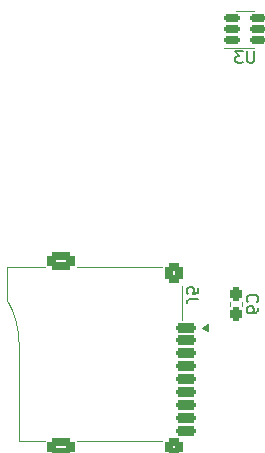
<source format=gbo>
%TF.GenerationSoftware,KiCad,Pcbnew,(6.0.10)*%
%TF.CreationDate,2022-12-31T20:59:51+01:00*%
%TF.ProjectId,ESPreen,45535072-6565-46e2-9e6b-696361645f70,0*%
%TF.SameCoordinates,Original*%
%TF.FileFunction,Legend,Bot*%
%TF.FilePolarity,Positive*%
%FSLAX46Y46*%
G04 Gerber Fmt 4.6, Leading zero omitted, Abs format (unit mm)*
G04 Created by KiCad (PCBNEW (6.0.10)) date 2022-12-31 20:59:51*
%MOMM*%
%LPD*%
G01*
G04 APERTURE LIST*
G04 Aperture macros list*
%AMRoundRect*
0 Rectangle with rounded corners*
0 $1 Rounding radius*
0 $2 $3 $4 $5 $6 $7 $8 $9 X,Y pos of 4 corners*
0 Add a 4 corners polygon primitive as box body*
4,1,4,$2,$3,$4,$5,$6,$7,$8,$9,$2,$3,0*
0 Add four circle primitives for the rounded corners*
1,1,$1+$1,$2,$3*
1,1,$1+$1,$4,$5*
1,1,$1+$1,$6,$7*
1,1,$1+$1,$8,$9*
0 Add four rect primitives between the rounded corners*
20,1,$1+$1,$2,$3,$4,$5,0*
20,1,$1+$1,$4,$5,$6,$7,0*
20,1,$1+$1,$6,$7,$8,$9,0*
20,1,$1+$1,$8,$9,$2,$3,0*%
G04 Aperture macros list end*
%ADD10C,0.150000*%
%ADD11C,0.120000*%
%ADD12RoundRect,0.287500X0.237500X-0.300000X0.237500X0.300000X-0.237500X0.300000X-0.237500X-0.300000X0*%
%ADD13RoundRect,0.050000X-0.525000X0.525000X-0.525000X-0.525000X0.525000X-0.525000X0.525000X0.525000X0*%
%ADD14C,1.150000*%
%ADD15C,0.600000*%
%ADD16RoundRect,0.050000X0.850000X-0.850000X0.850000X0.850000X-0.850000X0.850000X-0.850000X-0.850000X0*%
%ADD17O,1.800000X1.800000*%
%ADD18RoundRect,0.300000X-0.620000X0.620000X-0.620000X-0.620000X0.620000X-0.620000X0.620000X0.620000X0*%
%ADD19C,1.840000*%
%ADD20RoundRect,0.050000X-0.750000X0.800000X-0.750000X-0.800000X0.750000X-0.800000X0.750000X0.800000X0*%
%ADD21C,1.700000*%
%ADD22C,3.100000*%
%ADD23C,1.600000*%
%ADD24RoundRect,0.190000X0.660000X-0.210000X0.660000X0.210000X-0.660000X0.210000X-0.660000X-0.210000X0*%
%ADD25RoundRect,0.350000X0.450000X-0.450000X0.450000X0.450000X-0.450000X0.450000X-0.450000X-0.450000X0*%
%ADD26RoundRect,0.350000X0.800000X-0.450000X0.800000X0.450000X-0.800000X0.450000X-0.800000X-0.450000X0*%
%ADD27RoundRect,0.350000X0.450000X-0.500000X0.450000X0.500000X-0.450000X0.500000X-0.450000X-0.500000X0*%
%ADD28RoundRect,0.200000X-0.512500X-0.150000X0.512500X-0.150000X0.512500X0.150000X-0.512500X0.150000X0*%
G04 APERTURE END LIST*
D10*
%TO.C,C9*%
X129287142Y-101833333D02*
X129334761Y-101785714D01*
X129382380Y-101642857D01*
X129382380Y-101547619D01*
X129334761Y-101404761D01*
X129239523Y-101309523D01*
X129144285Y-101261904D01*
X128953809Y-101214285D01*
X128810952Y-101214285D01*
X128620476Y-101261904D01*
X128525238Y-101309523D01*
X128430000Y-101404761D01*
X128382380Y-101547619D01*
X128382380Y-101642857D01*
X128430000Y-101785714D01*
X128477619Y-101833333D01*
X129382380Y-102309523D02*
X129382380Y-102500000D01*
X129334761Y-102595238D01*
X129287142Y-102642857D01*
X129144285Y-102738095D01*
X128953809Y-102785714D01*
X128572857Y-102785714D01*
X128477619Y-102738095D01*
X128430000Y-102690476D01*
X128382380Y-102595238D01*
X128382380Y-102404761D01*
X128430000Y-102309523D01*
X128477619Y-102261904D01*
X128572857Y-102214285D01*
X128810952Y-102214285D01*
X128906190Y-102261904D01*
X128953809Y-102309523D01*
X129001428Y-102404761D01*
X129001428Y-102595238D01*
X128953809Y-102690476D01*
X128906190Y-102738095D01*
X128810952Y-102785714D01*
%TO.C,J5*%
X124297619Y-101583333D02*
X123583333Y-101583333D01*
X123440476Y-101630952D01*
X123345238Y-101726190D01*
X123297619Y-101869047D01*
X123297619Y-101964285D01*
X124297619Y-100630952D02*
X124297619Y-101107142D01*
X123821428Y-101154761D01*
X123869047Y-101107142D01*
X123916666Y-101011904D01*
X123916666Y-100773809D01*
X123869047Y-100678571D01*
X123821428Y-100630952D01*
X123726190Y-100583333D01*
X123488095Y-100583333D01*
X123392857Y-100630952D01*
X123345238Y-100678571D01*
X123297619Y-100773809D01*
X123297619Y-101011904D01*
X123345238Y-101107142D01*
X123392857Y-101154761D01*
%TO.C,U3*%
X129011904Y-80602380D02*
X129011904Y-81411904D01*
X128964285Y-81507142D01*
X128916666Y-81554761D01*
X128821428Y-81602380D01*
X128630952Y-81602380D01*
X128535714Y-81554761D01*
X128488095Y-81507142D01*
X128440476Y-81411904D01*
X128440476Y-80602380D01*
X128059523Y-80602380D02*
X127440476Y-80602380D01*
X127773809Y-80983333D01*
X127630952Y-80983333D01*
X127535714Y-81030952D01*
X127488095Y-81078571D01*
X127440476Y-81173809D01*
X127440476Y-81411904D01*
X127488095Y-81507142D01*
X127535714Y-81554761D01*
X127630952Y-81602380D01*
X127916666Y-81602380D01*
X128011904Y-81554761D01*
X128059523Y-81507142D01*
D11*
%TO.C,C9*%
X128010000Y-102146267D02*
X128010000Y-101853733D01*
X126990000Y-102146267D02*
X126990000Y-101853733D01*
%TO.C,J5*%
X111300000Y-98850000D02*
X108100000Y-98850000D01*
X111300000Y-113650000D02*
X109100000Y-113650000D01*
X121200000Y-113650000D02*
X114000000Y-113650000D01*
X121200000Y-98850000D02*
X114000000Y-98850000D01*
X122900000Y-103350000D02*
X122900000Y-100450000D01*
X108100000Y-98850000D02*
X108100000Y-101650000D01*
X109100000Y-113650000D02*
X109100000Y-105250000D01*
X109100000Y-105250000D02*
G75*
G03*
X108100000Y-101650000I-6980000J0D01*
G01*
G36*
X125129412Y-104300000D02*
G01*
X124600000Y-104000000D01*
X125129412Y-103700000D01*
X125129412Y-104300000D01*
G37*
X125129412Y-104300000D02*
X124600000Y-104000000D01*
X125129412Y-103700000D01*
X125129412Y-104300000D01*
%TO.C,U3*%
X128250000Y-80310000D02*
X126450000Y-80310000D01*
X128250000Y-77190000D02*
X129050000Y-77190000D01*
X128250000Y-80310000D02*
X129050000Y-80310000D01*
X128250000Y-77190000D02*
X127450000Y-77190000D01*
%TD*%
%LPC*%
D12*
%TO.C,C9*%
X127500000Y-102862500D03*
X127500000Y-101137500D03*
%TD*%
D13*
%TO.C,J6*%
X160000000Y-70000000D03*
D14*
X160000000Y-71270000D03*
X158730000Y-70000000D03*
X158730000Y-71270000D03*
X157460000Y-70000000D03*
X157460000Y-71270000D03*
%TD*%
D15*
%TO.C,IC1*%
X182200000Y-74210000D03*
X180800000Y-72810000D03*
X181500000Y-74910000D03*
X182900000Y-73510000D03*
X181500000Y-73510000D03*
X182900000Y-74910000D03*
X180100000Y-74910000D03*
X180800000Y-74210000D03*
X182200000Y-72810000D03*
X182200000Y-75610000D03*
X180800000Y-75610000D03*
X180100000Y-73510000D03*
%TD*%
D13*
%TO.C,J3*%
X139270000Y-109865000D03*
D14*
X139270000Y-111135000D03*
X138000000Y-109865000D03*
X138000000Y-111135000D03*
X136730000Y-109865000D03*
X136730000Y-111135000D03*
%TD*%
D16*
%TO.C,J2*%
X163125000Y-115025000D03*
D17*
X163125000Y-112485000D03*
X165665000Y-115025000D03*
X165665000Y-112485000D03*
X168205000Y-115025000D03*
X168205000Y-112485000D03*
X170745000Y-115025000D03*
X170745000Y-112485000D03*
X173285000Y-115025000D03*
X173285000Y-112485000D03*
X175825000Y-115025000D03*
X175825000Y-112485000D03*
X178365000Y-115025000D03*
X178365000Y-112485000D03*
%TD*%
D18*
%TO.C,J7*%
X182402500Y-103190000D03*
D19*
X182402500Y-105730000D03*
X182402500Y-108270000D03*
X182402500Y-110810000D03*
%TD*%
D16*
%TO.C,J4*%
X138000000Y-72000000D03*
D17*
X138000000Y-69460000D03*
X140540000Y-72000000D03*
X140540000Y-69460000D03*
X143080000Y-72000000D03*
X143080000Y-69460000D03*
X145620000Y-72000000D03*
X145620000Y-69460000D03*
X148160000Y-72000000D03*
X148160000Y-69460000D03*
%TD*%
D20*
%TO.C,J1*%
X121110000Y-75250000D03*
D21*
X121110000Y-77750000D03*
X121110000Y-79750000D03*
X121110000Y-82250000D03*
D22*
X118400000Y-85320000D03*
X118400000Y-72180000D03*
%TD*%
D23*
%TO.C,J5*%
X112250000Y-111200000D03*
X112250000Y-103200000D03*
D24*
X123250000Y-104000000D03*
X123250000Y-105100000D03*
X123250000Y-106200000D03*
X123250000Y-107300000D03*
X123250000Y-108400000D03*
X123250000Y-109500000D03*
X123250000Y-110600000D03*
X123250000Y-111700000D03*
D25*
X122250000Y-114150000D03*
D24*
X123250000Y-112800000D03*
D26*
X112650000Y-98350000D03*
D27*
X122250000Y-99400000D03*
D26*
X112650000Y-114150000D03*
%TD*%
D28*
%TO.C,U3*%
X129387500Y-79700000D03*
X129387500Y-78750000D03*
X129387500Y-77800000D03*
X127112500Y-77800000D03*
X127112500Y-78750000D03*
X127112500Y-79700000D03*
%TD*%
M02*

</source>
